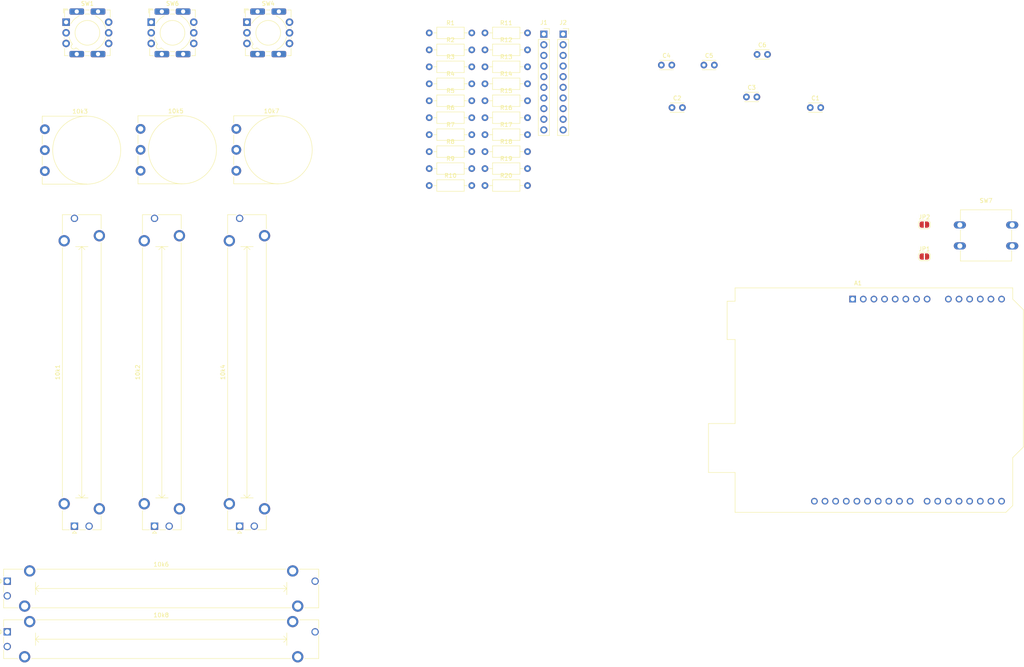
<source format=kicad_pcb>
(kicad_pcb (version 20240108) (generator "pcbnew") (generator_version "8.0")
  (layers (0 "F.Cu" signal) (31 "B.Cu" signal) (34 "B.Paste" user) (35 "F.Paste" user) (36 "B.SilkS" user "B.Silkscreen") (37 "F.SilkS" user "F.Silkscreen") (38 "B.Mask" user) (39 "F.Mask" user) (44 "Edge.Cuts" user))
  (net 0 "")
  (net 1 "ADDR_2")
  (net 2 "1")
  (net 3 "ADDR_1")
  (net 4 "2")
  (net 5 "6")
  (net 6 "9")
  (net 7 "7")
  (net 8 "10")
  (net 9 "8")
  (net 10 "11")
  (net 19 "14")
  (net 22 "13")
  (net 25 "SCL")
  (net 29 "SDA")
  (net 32 "Net-(A1-~{RESET})")
  (net 35 "12")
  (net 36 "Net-(SW4-Common)")
  (net 37 "Net-(SW1-Common)")
  (net 38 "3")
  (net 39 "4")
  (net 40 "5")
  (net 41 "Net-(SW6-Common)")
  (net 44 "Net-(JP1-A)")
  (net 45 "Net-(JP2-A)")
  (net 46 "Net-(R4-Pad1)")
  (net 47 "Net-(R5-Pad1)")
  (net 48 "Net-(R7-Pad1)")
  (net 49 "Net-(R10-Pad1)")
  (net 50 "Net-(R11-Pad1)")
  (net 51 "Net-(R13-Pad1)")
  (net 52 "Net-(R14-Pad1)")
  (net 53 "Net-(R15-Pad1)")
  (net 54 "Net-(R19-Pad1)")
  (footprint "Capacitor_THT:C_Disc_D3.0mm_W2.0mm_P2.50mm" (layer "F.Cu") (at 203.24 45.72)
    (property "Reference" "C3" (at 1.25 -2.25 0) (layer "F.SilkS"))
    (property "Value" "1uF")
    (pad "1" thru_hole circle (at 0 0) (size 1.6 1.6) (drill 0.8) (layers "*.Cu" "*.Mask") (net 38 "3"))
    (pad "2" thru_hole circle (at 2.5 0) (size 1.6 1.6) (drill 0.8) (layers "*.Cu" "*.Mask") (net 3 "ADDR_1"))
  )
  (footprint "Potentiometer_THT:Potentiometer_Bourns_PTA6043_Single_Slide" (layer "F.Cu") (at 61.91 148.200001 90)
    (property "Reference" "10k2" (at 36.750001 -4 270) (layer "F.SilkS"))
    (property "Value" "R_Potentiometer")
    (pad "1" thru_hole rect (at 0 0 90) (size 1.75 1.75) (drill 1.2) (layers "*.Cu" "*.Mask") (net 1 "ADDR_2"))
    (pad "2" thru_hole circle (at 0 3.499998 90) (size 1.75 1.75) (drill 1.2) (layers "*.Cu" "*.Mask") (net 4 "2"))
    (pad "3" thru_hole circle (at 73.5 0 90) (size 1.75 1.75) (drill 1.2) (layers "*.Cu" "*.Mask") (net 3 "ADDR_1"))
    (pad "MP" thru_hole circle (at 4.149999 5.950001 90) (size 2.7 2.7) (drill 1.7) (layers "*.Cu" "*.Mask"))
    (pad "MP" thru_hole circle (at 5.35 -2.45 90) (size 2.7 2.7) (drill 1.7) (layers "*.Cu" "*.Mask"))
    (pad "MP" thru_hole circle (at 68.149998 -2.450001 90) (size 2.7 2.7) (drill 1.7) (layers "*.Cu" "*.Mask"))
    (pad "MP" thru_hole circle (at 69.35 5.95 90) (size 2.7 2.7) (drill 1.7) (layers "*.Cu" "*.Mask"))
  )
  (footprint "Potentiometer_THT:Potentiometer_Bourns_PTA6043_Single_Slide" (layer "F.Cu") (at 26.749441 161.336052)
    (property "Reference" "10k6" (at 36.750001 -4 0) (layer "F.SilkS"))
    (property "Value" "R_Potentiometer")
    (pad "1" thru_hole rect (at 0 0) (size 1.75 1.75) (drill 1.2) (layers "*.Cu" "*.Mask") (net 1 "ADDR_2"))
    (pad "2" thru_hole circle (at 0 3.499998) (size 1.75 1.75) (drill 1.2) (layers "*.Cu" "*.Mask") (net 8 "10"))
    (pad "3" thru_hole circle (at 73.5 0) (size 1.75 1.75) (drill 1.2) (layers "*.Cu" "*.Mask") (net 3 "ADDR_1"))
    (pad "MP" thru_hole circle (at 4.149999 5.95) (size 2.7 2.7) (drill 1.7) (layers "*.Cu" "*.Mask"))
    (pad "MP" thru_hole circle (at 5.35 -2.45) (size 2.7 2.7) (drill 1.7) (layers "*.Cu" "*.Mask"))
    (pad "MP" thru_hole circle (at 68.149999 -2.45) (size 2.7 2.7) (drill 1.7) (layers "*.Cu" "*.Mask"))
    (pad "MP" thru_hole circle (at 69.350001 5.95) (size 2.7 2.7) (drill 1.7) (layers "*.Cu" "*.Mask"))
  )
  (footprint "Resistor_THT:R_Axial_DIN0207_L6.3mm_D2.5mm_P10.16mm_Horizontal" (layer "F.Cu") (at 127.5 30.42)
    (property "Reference" "R1" (at 5.08 -2.37 0) (layer "F.SilkS"))
    (property "Value" "4.7k")
    (pad "1" thru_hole circle (at 0 0) (size 1.6 1.6) (drill 0.8) (layers "*.Cu" "*.Mask") (net 44 "Net-(JP1-A)"))
    (pad "2" thru_hole oval (at 10.16 0) (size 1.6 1.6) (drill 0.8) (layers "*.Cu" "*.Mask") (net 1 "ADDR_2"))
  )
  (footprint "Button_Switch_THT:SW_SPST_Omron_B3F-40xx" (layer "F.Cu") (at 254.2 76.28)
    (property "Reference" "SW7" (at 6.25 -5.8 0) (layer "F.SilkS"))
    (property "Value" "Switch")
    (pad "" np_thru_hole circle (at 6.25 -2) (size 1.8 1.8) (drill 1.8) (layers "F&B.Cu" "*.Mask"))
    (pad "" np_thru_hole circle (at 6.25 7) (size 1.8 1.8) (drill 1.8) (layers "F&B.Cu" "*.Mask"))
    (pad "1" thru_hole oval (at 0 0) (size 2.9 1.7) (drill 1.2) (layers "*.Cu" "*.Mask") (net 32 "Net-(A1-~{RESET})"))
    (pad "1" thru_hole oval (at 12.5 0) (size 2.9 1.7) (drill 1.2) (layers "*.Cu" "*.Mask") (net 32 "Net-(A1-~{RESET})"))
    (pad "2" thru_hole oval (at 0 5) (size 2.9 1.7) (drill 1.2) (layers "*.Cu" "*.Mask") (net 3 "ADDR_1"))
    (pad "2" thru_hole oval (at 12.5 5) (size 2.9 1.7) (drill 1.2) (layers "*.Cu" "*.Mask") (net 3 "ADDR_1"))
  )
  (footprint "Capacitor_THT:C_Disc_D3.0mm_W2.0mm_P2.50mm" (layer "F.Cu") (at 218.48 48.26)
    (property "Reference" "C1" (at 1.25 -2.25 0) (layer "F.SilkS"))
    (property "Value" "1uF")
    (pad "1" thru_hole circle (at 0 0) (size 1.6 1.6) (drill 0.8) (layers "*.Cu" "*.Mask") (net 36 "Net-(SW4-Common)"))
    (pad "2" thru_hole circle (at 2.5 0) (size 1.6 1.6) (drill 0.8) (layers "*.Cu" "*.Mask") (net 3 "ADDR_1"))
  )
  (footprint "Connector_PinSocket_2.54mm:PinSocket_1x10_P2.54mm_Vertical" (layer "F.Cu") (at 154.87 30.72)
    (property "Reference" "J1" (at 0 -2.77 0) (layer "F.SilkS"))
    (property "Value" "ADS1115")
    (pad "1" thru_hole rect (at 0 0) (size 1.7 1.7) (drill 1) (layers "*.Cu" "*.Mask") (net 1 "ADDR_2"))
    (pad "2" thru_hole oval (at 0 2.54) (size 1.7 1.7) (drill 1) (layers "*.Cu" "*.Mask") (net 3 "ADDR_1"))
    (pad "3" thru_hole oval (at 0 5.08) (size 1.7 1.7) (drill 1) (layers "*.Cu" "*.Mask") (net 25 "SCL"))
    (pad "4" thru_hole oval (at 0 7.62) (size 1.7 1.7) (drill 1) (layers "*.Cu" "*.Mask") (net 29 "SDA"))
    (pad "5" thru_hole oval (at 0 10.16) (size 1.7 1.7) (drill 1) (layers "*.Cu" "*.Mask") (net 3 "ADDR_1"))
    (pad "6" thru_hole oval (at 0 12.7) (size 1.7 1.7) (drill 1) (layers "*.Cu" "*.Mask"))
    (pad "7" thru_hole oval (at 0 15.24) (size 1.7 1.7) (drill 1) (layers "*.Cu" "*.Mask") (net 38 "3"))
    (pad "8" thru_hole oval (at 0 17.78) (size 1.7 1.7) (drill 1) (layers "*.Cu" "*.Mask") (net 39 "4"))
    (pad "9" thru_hole oval (at 0 20.32) (size 1.7 1.7) (drill 1) (layers "*.Cu" "*.Mask") (net 40 "5"))
    (pad "10" thru_hole oval (at 0 22.86) (size 1.7 1.7) (drill 1) (layers "*.Cu" "*.Mask") (net 5 "6"))
  )
  (footprint "Resistor_THT:R_Axial_DIN0207_L6.3mm_D2.5mm_P10.16mm_Horizontal" (layer "F.Cu") (at 140.81 66.87)
    (property "Reference" "R20" (at 5.08 -2.37 0) (layer "F.SilkS"))
    (property "Value" "2.2k")
    (pad "1" thru_hole circle (at 0 0) (size 1.6 1.6) (drill 0.8) (layers "*.Cu" "*.Mask") (net 3 "ADDR_1"))
    (pad "2" thru_hole oval (at 10.16 0) (size 1.6 1.6) (drill 0.8) (layers "*.Cu" "*.Mask") (net 54 "Net-(R19-Pad1)"))
  )
  (footprint "Resistor_THT:R_Axial_DIN0207_L6.3mm_D2.5mm_P10.16mm_Horizontal" (layer "F.Cu") (at 127.5 42.57)
    (property "Reference" "R4" (at 5.08 -2.37 0) (layer "F.SilkS"))
    (property "Value" "2.2k")
    (pad "1" thru_hole circle (at 0 0) (size 1.6 1.6) (drill 0.8) (layers "*.Cu" "*.Mask") (net 46 "Net-(R4-Pad1)"))
    (pad "2" thru_hole oval (at 10.16 0) (size 1.6 1.6) (drill 0.8) (layers "*.Cu" "*.Mask") (net 1 "ADDR_2"))
  )
  (footprint "Capacitor_THT:C_Disc_D3.0mm_W2.0mm_P2.50mm" (layer "F.Cu") (at 182.92 38.1)
    (property "Reference" "C4" (at 1.25 -2.25 0) (layer "F.SilkS"))
    (property "Value" "1uF")
    (pad "1" thru_hole circle (at 0 0) (size 1.6 1.6) (drill 0.8) (layers "*.Cu" "*.Mask") (net 39 "4"))
    (pad "2" thru_hole circle (at 2.5 0) (size 1.6 1.6) (drill 0.8) (layers "*.Cu" "*.Mask") (net 3 "ADDR_1"))
  )
  (footprint "Resistor_THT:R_Axial_DIN0207_L6.3mm_D2.5mm_P10.16mm_Horizontal" (layer "F.Cu") (at 140.81 62.82)
    (property "Reference" "R19" (at 5.08 -2.37 0) (layer "F.SilkS"))
    (property "Value" "2.2k")
    (pad "1" thru_hole circle (at 0 0) (size 1.6 1.6) (drill 0.8) (layers "*.Cu" "*.Mask") (net 54 "Net-(R19-Pad1)"))
    (pad "2" thru_hole oval (at 10.16 0) (size 1.6 1.6) (drill 0.8) (layers "*.Cu" "*.Mask") (net 1 "ADDR_2"))
  )
  (footprint "Resistor_THT:R_Axial_DIN0207_L6.3mm_D2.5mm_P10.16mm_Horizontal" (layer "F.Cu") (at 140.81 50.67)
    (property "Reference" "R16" (at 5.08 -2.37 0) (layer "F.SilkS"))
    (property "Value" "2.2k")
    (pad "1" thru_hole circle (at 0 0) (size 1.6 1.6) (drill 0.8) (layers "*.Cu" "*.Mask") (net 3 "ADDR_1"))
    (pad "2" thru_hole oval (at 10.16 0) (size 1.6 1.6) (drill 0.8) (layers "*.Cu" "*.Mask") (net 53 "Net-(R15-Pad1)"))
  )
  (footprint "Resistor_THT:R_Axial_DIN0207_L6.3mm_D2.5mm_P10.16mm_Horizontal" (layer "F.Cu") (at 140.81 46.62)
    (property "Reference" "R15" (at 5.08 -2.37 0) (layer "F.SilkS"))
    (property "Value" "2.2k")
    (pad "1" thru_hole circle (at 0 0) (size 1.6 1.6) (drill 0.8) (layers "*.Cu" "*.Mask") (net 53 "Net-(R15-Pad1)"))
    (pad "2" thru_hole oval (at 10.16 0) (size 1.6 1.6) (drill 0.8) (layers "*.Cu" "*.Mask") (net 1 "ADDR_2"))
  )
  (footprint "Connector_PinSocket_2.54mm:PinSocket_1x10_P2.54mm_Vertical" (layer "F.Cu") (at 159.47 30.72)
    (property "Reference" "J2" (at 0 -2.77 0) (layer "F.SilkS"))
    (property "Value" "ADS1115")
    (pad "1" thru_hole rect (at 0 0) (size 1.7 1.7) (drill 1) (layers "*.Cu" "*.Mask") (net 1 "ADDR_2"))
    (pad "2" thru_hole oval (at 0 2.54) (size 1.7 1.7) (drill 1) (layers "*.Cu" "*.Mask") (net 3 "ADDR_1"))
    (pad "3" thru_hole oval (at 0 5.08) (size 1.7 1.7) (drill 1) (layers "*.Cu" "*.Mask") (net 25 "SCL"))
    (pad "4" thru_hole oval (at 0 7.62) (size 1.7 1.7) (drill 1) (layers "*.Cu" "*.Mask") (net 29 "SDA"))
    (pad "5" thru_hole oval (at 0 10.16) (size 1.7 1.7) (drill 1) (layers "*.Cu" "*.Mask") (net 1 "ADDR_2"))
    (pad "6" thru_hole oval (at 0 12.7) (size 1.7 1.7) (drill 1) (layers "*.Cu" "*.Mask"))
    (pad "7" thru_hole oval (at 0 15.24) (size 1.7 1.7) (drill 1) (layers "*.Cu" "*.Mask") (net 7 "7"))
    (pad "8" thru_hole oval (at 0 17.78) (size 1.7 1.7) (drill 1) (layers "*.Cu" "*.Mask") (net 9 "8"))
    (pad "9" thru_hole oval (at 0 20.32) (size 1.7 1.7) (drill 1) (layers "*.Cu" "*.Mask") (net 6 "9"))
    (pad "10" thru_hole oval (at 0 22.86) (size 1.7 1.7) (drill 1) (layers "*.Cu" "*.Mask") (net 8 "10"))
  )
  (footprint "Potentiometer_THT:Potentiometer_Bourns_PTA6043_Single_Slide" (layer "F.Cu") (at 42.789999 148.200001 90)
    (property "Reference" "10k1" (at 36.750001 -4 270) (layer "F.SilkS"))
    (property "Value" "R_Potentiometer")
    (pad "1" thru_hole rect (at 0 0 90) (size 1.75 1.75) (drill 1.2) (layers "*.Cu" "*.Mask") (net 1 "ADDR_2"))
    (pad "2" thru_hole circle (at 0 3.499998 90) (size 1.75 1.75) (drill 1.2) (layers "*.Cu" "*.Mask") (net 2 "1"))
    (pad "3" thru_hole circle (at 73.5 0 90) (size 1.75 1.75) (drill 1.2) (layers "*.Cu" "*.Mask") (net 3 "ADDR_1"))
    (pad "MP" thru_hole circle (at 4.149999 5.950001 90) (size 2.7 2.7) (drill 1.7) (layers "*.Cu" "*.Mask"))
    (pad "MP" thru_hole circle (at 5.35 -2.45 90) (size 2.7 2.7) (drill 1.7) (layers "*.Cu" "*.Mask"))
    (pad "MP" thru_hole circle (at 68.149998 -2.450001 90) (size 2.7 2.7) (drill 1.7) (layers "*.Cu" "*.Mask"))
    (pad "MP" thru_hole circle (at 69.35 5.95 90) (size 2.7 2.7) (drill 1.7) (layers "*.Cu" "*.Mask"))
  )
  (footprint "Potentiometer_THT:Potentiometer_Bourns_PTA6043_Single_Slide" (layer "F.Cu") (at 82.23 148.200001 90)
    (property "Reference" "10k4" (at 36.750001 -4 270) (layer "F.SilkS"))
    (property "Value" "R_Potentiometer")
    (pad "1" thru_hole rect (at 0 0 90) (size 1.75 1.75) (drill 1.2) (layers "*.Cu" "*.Mask") (net 1 "ADDR_2"))
    (pad "2" thru_hole circle (at 0 3.499998 90) (size 1.75 1.75) (drill 1.2) (layers "*.Cu" "*.Mask") (net 6 "9"))
    (pad "3" thru_hole circle (at 73.5 0 90) (size 1.75 1.75) (drill 1.2) (layers "*.Cu" "*.Mask") (net 3 "ADDR_1"))
    (pad "MP" thru_hole circle (at 4.149999 5.950001 90) (size 2.7 2.7) (drill 1.7) (layers "*.Cu" "*.Mask"))
    (pad "MP" thru_hole circle (at 5.35 -2.45 90) (size 2.7 2.7) (drill 1.7) (layers "*.Cu" "*.Mask"))
    (pad "MP" thru_hole circle (at 68.149998 -2.450001 90) (size 2.7 2.7) (drill 1.7) (layers "*.Cu" "*.Mask"))
    (pad "MP" thru_hole circle (at 69.35 5.95 90) (size 2.7 2.7) (drill 1.7) (layers "*.Cu" "*.Mask"))
  )
  (footprint "Resistor_THT:R_Axial_DIN0207_L6.3mm_D2.5mm_P10.16mm_Horizontal" (layer "F.Cu") (at 127.5 50.67)
    (property "Reference" "R6" (at 5.08 -2.37 0) (layer "F.SilkS"))
    (property "Value" "100ohm")
    (pad "1" thru_hole circle (at 0 0) (size 1.6 1.6) (drill 0.8) (layers "*.Cu" "*.Mask") (net 22 "13"))
    (pad "2" thru_hole oval (at 10.16 0) (size 1.6 1.6) (drill 0.8) (layers "*.Cu" "*.Mask") (net 37 "Net-(SW1-Common)"))
  )
  (footprint "Button_Switch_THT:SW_NKK_NR01" (layer "F.Cu") (at 61.12 27.86)
    (property "Reference" "SW6" (at 5.08 -4.445 0) (layer "F.SilkS"))
    (property "Value" "SW_SP3T_NR01103")
    (pad "1" thru_hole rect (at 0 0) (size 1.8 1.8) (drill 1) (layers "*.Cu" "*.Mask") (net 1 "ADDR_2"))
    (pad "2" thru_hole circle (at 10.16 0) (size 1.8 1.8) (drill 1) (layers "*.Cu" "*.Mask") (net 54 "Net-(R19-Pad1)"))
    (pad "3" thru_hole circle (at 10.16 2.54) (size 1.8 1.8) (drill 1) (layers "*.Cu" "*.Mask") (net 3 "ADDR_1"))
    (pad "4" thru_hole circle (at 10.16 5.08) (size 1.8 1.8) (drill 1) (layers "*.Cu" "*.Mask"))
    (pad "5" thru_hole circle (at 0 5.08) (size 1.8 1.8) (drill 1) (layers "*.Cu" "*.Mask"))
    (pad "C" thru_hole circle (at 0 2.54) (size 1.8 1.8) (drill 1) (layers "*.Cu" "*.Mask") (net 41 "Net-(SW6-Common)"))
    (pad "MP" thru_hole roundrect (at 2.54 -2.54) (size 3.5 1.5) (drill 1) (layers "*.Cu" "*.Mask"))
    (pad "MP" thru_hole roundrect (at 2.54 7.62) (size 3.5 1.5) (drill 1) (layers "*.Cu" "*.Mask"))
    (pad "MP" thru_hole roundrect (at 7.62 -2.54) (size 3.5 1.5) (drill 1) (layers "*.Cu" "*.Mask"))
    (pad "MP" thru_hole roundrect (at 7.62 7.62) (size 3.5 1.5) (drill 1) (layers "*.Cu" "*.Mask"))
  )
  (footprint "Resistor_THT:R_Axial_DIN0207_L6.3mm_D2.5mm_P10.16mm_Horizontal" (layer "F.Cu") (at 140.81 54.72)
    (property "Reference" "R17" (at 5.08 -2.37 0) (layer "F.SilkS"))
    (property "Value" "2.2k")
    (pad "1" thru_hole circle (at 0 0) (size 1.6 1.6) (drill 0.8) (layers "*.Cu" "*.Mask") (net 52 "Net-(R14-Pad1)"))
    (pad "2" thru_hole oval (at 10.16 0) (size 1.6 1.6) (drill 0.8) (layers "*.Cu" "*.Mask") (net 3 "ADDR_1"))
  )
  (footprint "Resistor_THT:R_Axial_DIN0207_L6.3mm_D2.5mm_P10.16mm_Horizontal" (layer "F.Cu") (at 140.81 38.52)
    (property "Reference" "R13" (at 5.08 -2.37 0) (layer "F.SilkS"))
    (property "Value" "2.2k")
    (pad "1" thru_hole circle (at 0 0) (size 1.6 1.6) (drill 0.8) (layers "*.Cu" "*.Mask") (net 51 "Net-(R13-Pad1)"))
    (pad "2" thru_hole oval (at 10.16 0) (size 1.6 1.6) (drill 0.8) (layers "*.Cu" "*.Mask") (net 1 "ADDR_2"))
  )
  (footprint "Jumper:SolderJumper-2_P1.3mm_Open_RoundedPad1.0x1.5mm" (layer "F.Cu") (at 245.73 76.2)
    (property "Reference" "JP2" (at 0 -1.8 0) (layer "F.SilkS"))
    (property "Value" "Jumper_2_Bridged")
    (pad "1" smd custom (at -0.65 0) (size 1 0.5) (layers "F.Cu" "F.Mask") (net 45 "Net-(JP2-A)") (options (clearance outline) (anchor rect)) (primitives (gr_circle (center 0 0.25) (end 0.5 0.25) (width 0) (fill yes)) (gr_circle (center 0 -0.25) (end 0.5 -0.25) (width 0) (fill yes)) (gr_poly (pts (xy 0.5 0.75) (xy 0 0.75) (xy 0 -0.75) (xy 0.5 -0.75)) (width 0) (fill yes))))
    (pad "2" smd custom (at 0.65 0) (size 1 0.5) (layers "F.Cu" "F.Mask") (net 29 "SDA") (options (clearance outline) (anchor rect)) (primitives (gr_circle (center 0 0.25) (end 0.5 0.25) (width 0) (fill yes)) (gr_circle (center 0 -0.25) (end 0.5 -0.25) (width 0) (fill yes)) (gr_poly (pts (xy 0 0.75) (xy -0.5 0.75) (xy -0.5 -0.75) (xy 0 -0.75)) (width 0) (fill yes))))
  )
  (footprint "Jumper:SolderJumper-2_P1.3mm_Open_RoundedPad1.0x1.5mm" (layer "F.Cu") (at 245.73 83.82)
    (property "Reference" "JP1" (at 0 -1.8 0) (layer "F.SilkS"))
    (property "Value" "Jumper_2_Bridged")
    (pad "1" smd custom (at -0.65 0) (size 1 0.5) (layers "F.Cu" "F.Mask") (net 44 "Net-(JP1-A)") (options (clearance outline) (anchor rect)) (primitives (gr_circle (center 0 0.25) (end 0.5 0.25) (width 0) (fill yes)) (gr_circle (center 0 -0.25) (end 0.5 -0.25) (width 0) (fill yes)) (gr_poly (pts (xy 0.5 0.75) (xy 0 0.75) (xy 0 -0.75) (xy 0.5 -0.75)) (width 0) (fill yes))))
    (pad "2" smd custom (at 0.65 0) (size 1 0.5) (layers "F.Cu" "F.Mask") (net 25 "SCL") (options (clearance outline) (anchor rect)) (primitives (gr_circle (center 0 0.25) (end 0.5 0.25) (width 0) (fill yes)) (gr_circle (center 0 -0.25) (end 0.5 -0.25) (width 0) (fill yes)) (gr_poly (pts (xy 0 0.75) (xy -0.5 0.75) (xy -0.5 -0.75) (xy 0 -0.75)) (width 0) (fill yes))))
  )
  (footprint "Potentiometer_THT:Potentiometer_Piher_T-16L_Single_Vertical_Hole" (layer "F.Cu") (at 35.72 63.42)
    (property "Reference" "10k3" (at 8.415 -14.25 0) (layer "F.SilkS"))
    (property "Value" "R_Potentiometer")
    (pad "" np_thru_hole circle (at 10 -5) (size 7.5 7.5) (drill 7.5) (layers "*.Cu" "*.Mask"))
    (pad "1" thru_hole circle (at 0 0) (size 2.34 2.34) (drill 1.3) (layers "*.Cu" "*.Mask") (net 1 "ADDR_2"))
    (pad "2" thru_hole circle (at 0 -5) (size 2.34 2.34) (drill 1.3) (layers "*.Cu" "*.Mask") (net 5 "6"))
    (pad "3" thru_hole circle (at 0 -10) (size 2.34 2.34) (drill 1.3) (layers "*.Cu" "*.Mask") (net 3 "ADDR_1"))
  )
  (footprint "Capacitor_THT:C_Disc_D3.0mm_W2.0mm_P2.50mm" (layer "F.Cu") (at 185.46 48.26)
    (property "Reference" "C2" (at 1.25 -2.25 0) (layer "F.SilkS"))
    (property "Value" "1uF")
    (pad "1" thru_hole circle (at 0 0) (size 1.6 1.6) (drill 0.8) (layers "*.Cu" "*.Mask") (net 37 "Net-(SW1-Common)"))
    (pad "2" thru_hole circle (at 2.5 0) (size 1.6 1.6) (drill 0.8) (layers "*.Cu" "*.Mask") (net 3 "ADDR_1"))
  )
  (footprint "Resistor_THT:R_Axial_DIN0207_L6.3mm_D2.5mm_P10.16mm_Horizontal" (layer "F.Cu") (at 127.5 46.62)
    (property "Reference" "R5" (at 5.08 -2.37 0) (layer "F.SilkS"))
    (property "Value" "2.2k")
    (pad "1" thru_hole circle (at 0 0) (size 1.6 1.6) (drill 0.8) (layers "*.Cu" "*.Mask") (net 47 "Net-(R5-Pad1)"))
    (pad "2" thru_hole oval (at 10.16 0) (size 1.6 1.6) (drill 0.8) (layers "*.Cu" "*.Mask") (net 46 "Net-(R4-Pad1)"))
  )
  (footprint "Potentiometer_THT:Potentiometer_Piher_T-16L_Single_Vertical_Hole" (layer "F.Cu") (at 58.58 63.34)
    (property "Reference" "10k5" (at 8.415 -14.25 0) (layer "F.SilkS"))
    (property "Value" "R_Potentiometer")
    (pad "" np_thru_hole circle (at 10 -5) (size 7.5 7.5) (drill 7.5) (layers "*.Cu" "*.Mask"))
    (pad "1" thru_hole circle (at 0 0) (size 2.34 2.34) (drill 1.3) (layers "*.Cu" "*.Mask") (net 1 "ADDR_2"))
    (pad "2" thru_hole circle (at 0 -5) (size 2.34 2.34) (drill 1.3) (layers "*.Cu" "*.Mask") (net 7 "7"))
    (pad "3" thru_hole circle (at 0 -10) (size 2.34 2.34) (drill 1.3) (layers "*.Cu" "*.Mask") (net 3 "ADDR_1"))
  )
  (footprint "Module:Arduino_UNO_R3" (layer "F.Cu") (at 228.6 93.98)
    (property "Reference" "A1" (at 1.27 -3.81 180) (layer "F.SilkS"))
    (property "Value" "Arduino_Leonardo")
    (pad "1" thru_hole rect (at 0 0 90) (size 1.6 1.6) (drill 1) (layers "*.Cu" "*.Mask"))
    (pad "2" thru_hole oval (at 2.54 0 90) (size 1.6 1.6) (drill 1) (layers "*.Cu" "*.Mask"))
    (pad "3" thru_hole oval (at 5.08 0 90) (size 1.6 1.6) (drill 1) (layers "*.Cu" "*.Mask") (net 32 "Net-(A1-~{RESET})"))
    (pad "4" thru_hole oval (at 7.62 0 90) (size 1.6 1.6) (drill 1) (layers "*.Cu" "*.Mask"))
    (pad "5" thru_hole oval (at 10.16 0 90) (size 1.6 1.6) (drill 1) (layers "*.Cu" "*.Mask") (net 1 "ADDR_2"))
    (pad "6" thru_hole oval (at 12.7 0 90) (size 1.6 1.6) (drill 1) (layers "*.Cu" "*.Mask") (net 3 "ADDR_1"))
    (pad "7" thru_hole oval (at 15.24 0 90) (size 1.6 1.6) (drill 1) (layers "*.Cu" "*.Mask") (net 3 "ADDR_1"))
    (pad "8" thru_hole oval (at 17.78 0 90) (size 1.6 1.6) (drill 1) (layers "*.Cu" "*.Mask"))
    (pad "9" thru_hole oval (at 22.86 0 90) (size 1.6 1.6) (drill 1) (layers "*.Cu" "*.Mask") (net 2 "1"))
    (pad "10" thru_hole oval (at 25.4 0 90) (size 1.6 1.6) (drill 1) (layers "*.Cu" "*.Mask") (net 4 "2"))
    (pad "11" thru_hole oval (at 27.94 0 90) (size 1.6 1.6) (drill 1) (layers "*.Cu" "*.Mask") (net 10 "11"))
    (pad "12" thru_hole oval (at 30.48 0 90) (size 1.6 1.6) (drill 1) (layers "*.Cu" "*.Mask") (net 35 "12"))
    (pad "13" thru_hole oval (at 33.02 0 90) (size 1.6 1.6) (drill 1) (layers "*.Cu" "*.Mask") (net 22 "13"))
    (pad "14" thru_hole oval (at 35.56 0 90) (size 1.6 1.6) (drill 1) (layers "*.Cu" "*.Mask") (net 19 "14"))
    (pad "15" thru_hole oval (at 35.56 48.26 90) (size 1.6 1.6) (drill 1) (layers "*.Cu" "*.Mask"))
    (pad "16" thru_hole oval (at 33.02 48.26 90) (size 1.6 1.6) (drill 1) (layers "*.Cu" "*.Mask"))
    (pad "17" thru_hole oval (at 30.48 48.26 90) (size 1.6 1.6) (drill 1) (layers "*.Cu" "*.Mask"))
    (pad "18" thru_hole oval (at 27.94 48.26 90) (size 1.6 1.6) (drill 1) (layers "*.Cu" "*.Mask"))
    (pad "19" thru_hole oval (at 25.4 48.26 90) (size 1.6 1.6) (drill 1) (layers "*.Cu" "*.Mask"))
    (pad "20" thru_hole oval (at 22.86 48.26 90) (size 1.6 1.6) (drill 1) (layers "*.Cu" "*.Mask"))
    (pad "21" thru_hole oval (at 20.32 48.26 90) (size 1.6 1.6) (drill 1) (layers "*.Cu" "*.Mask"))
    (pad "22" thru_hole oval (at 17.78 48.26 90) (size 1.6 1.6) (drill 1) (layers "*.Cu" "*.Mask"))
    (pad "23" thru_hole oval (at 13.72 48.26 90) (size 1.6 1.6) (drill 1) (layers "*.Cu" "*.Mask"))
    (pad "24" thru_hole oval (at 11.18 48.26 90) (size 1.6 1.6) (drill 1) (layers "*.Cu" "*.Mask"))
    (pad "25" thru_hole oval (at 8.64 48.26 90) (size 1.6 1.6) (drill 1) (layers "*.Cu" "*.Mask"))
    (pad "26" thru_hole oval (at 6.1 48.26 90) (size 1.6 1.6) (drill 1) (layers "*.Cu" "*.Mask"))
    (pad "27" thru_hole oval (at 3.56 48.26 90) (size 1.6 1.6) (drill 1) (layers "*.Cu" "*.Mask"))
    (pad "28" thru_hole oval (at 1.02 48.26 90) (size 1.6 1.6) (drill 1) (layers "*.Cu" "*.Mask"))
    (pad "29" thru_hole oval (at -1.52 48.26 90) (size 1.6 1.6) (drill 1) (layers "*.Cu" "*.Mask") (net 3 "ADDR_1"))
    (pad "30" thru_hole oval (at -4.06 48.26 90) (size 1.6 1.6) (drill 1) (layers "*.Cu" "*.Mask"))
    (pad "31" thru_hole oval (at -6.6 48.26 90) (size 1.6 1.6) (drill 1) (layers "*.Cu" "*.Mask") (net 29 "SDA"))
    (pad "32" thru_hole oval (at -9.14 48.26 90) (size 1.6 1.6) (drill 1) (layers "*.Cu" "*.Mask") (net 25 "SCL"))
  )
  (footprint "Potentiometer_THT:Potentiometer_Piher_T-16L_Single_Vertical_Hole" (layer "F.Cu") (at 81.44 63.34)
    (property "Reference" "10k7" (at 8.415 -14.25 0) (layer "F.SilkS"))
    (property "Value" "R_Potentiometer")
    (pad "" np_thru_hole circle (at 10 -5) (size 7.5 7.5) (drill 7.5) (layers "*.Cu" "*.Mask"))
    (pad "1" thru_hole circle (at 0 0) (size 2.34 2.34) (drill 1.3) (layers "*.Cu" "*.Mask") (net 1 "ADDR_2"))
    (pad "2" thru_hole circle (at 0 -5) (size 2.34 2.34) (drill 1.3) (layers "*.Cu" "*.Mask") (net 9 "8"))
    (pad "3" thru_hole circle (at 0 -10) (size 2.34 2.34) (drill 1.3) (layers "*.Cu" "*.Mask") (net 3 "ADDR_1"))
  )
  (footprint "Resistor_THT:R_Axial_DIN0207_L6.3mm_D2.5mm_P10.16mm_Horizontal" (layer "F.Cu") (at 140.81 30.42)
    (property "Reference" "R11" (at 5.08 -2.37 0) (layer "F.SilkS"))
    (property "Value" "2.2k")
    (pad "1" thru_hole circle (at 0 0) (size 1.6 1.6) (drill 0.8) (layers "*.Cu" "*.Mask") (net 50 "Net-(R11-Pad1)"))
    (pad "2" thru_hole oval (at 10.16 0) (size 1.6 1.6) (drill 0.8) (layers "*.Cu" "*.Mask") (net 49 "Net-(R10-Pad1)"))
  )
  (footprint "Potentiometer_THT:Potentiometer_Bourns_PTA6043_Single_Slide" (layer "F.Cu") (at 26.749441 173.436053)
    (property "Reference" "10k8" (at 36.750001 -4 0) (layer "F.SilkS"))
    (property "Value" "R_Potentiometer")
    (pad "1" thru_hole rect (at 0 0) (size 1.75 1.75) (drill 1.2) (layers "*.Cu" "*.Mask") (net 1 "ADDR_2"))
    (pad "2" thru_hole circle (at 0 3.499998) (size 1.75 1.75) (drill 1.2) (layers "*.Cu" "*.Mask") (net 10 "11"))
    (pad "3" thru_hole circle (at 73.5 0) (size 1.75 1.75) (drill 1.2) (layers "*.Cu" "*.Mask") (net 3 "ADDR_1"))
    (pad "MP" thru_hole circle (at 4.149999 5.95) (size 2.7 2.7) (drill 1.7) (layers "*.Cu" "*.Mask"))
    (pad "MP" thru_hole circle (at 5.35 -2.45) (size 2.7 2.7) (drill 1.7) (layers "*.Cu" "*.Mask"))
    (pad "MP" thru_hole circle (at 68.149999 -2.45) (size 2.7 2.7) (drill 1.7) (layers "*.Cu" "*.Mask"))
    (pad "MP" thru_hole circle (at 69.350001 5.95) (size 2.7 2.7) (drill 1.7) (layers "*.Cu" "*.Mask"))
  )
  (footprint "Capacitor_THT:C_Disc_D3.0mm_W2.0mm_P2.50mm" (layer "F.Cu") (at 205.78 35.56)
    (property "Reference" "C6" (at 1.25 -2.25 0) (layer "F.SilkS"))
    (property "Value" "1uF")
    (pad "1" thru_hole circle (at 0 0) (size 1.6 1.6) (drill 0.8) (layers "*.Cu" "*.Mask") (net 41 "Net-(SW6-Common)"))
    (pad "2" thru_hole circle (at 2.5 0) (size 1.6 1.6) (drill 0.8) (layers "*.Cu" "*.Mask") (net 3 "ADDR_1"))
  )
  (footprint "Resistor_THT:R_Axial_DIN0207_L6.3mm_D2.5mm_P10.16mm_Horizontal" (layer "F.Cu") (at 140.81 34.47)
    (property "Reference" "R12" (at 5.08 -2.37 0) (layer "F.SilkS"))
    (property "Value" "2.2k")
    (pad "1" thru_hole circle (at 0 0) (size 1.6 1.6) (drill 0.8) (layers "*.Cu" "*.Mask") (net 50 "Net-(R11-Pad1)"))
    (pad "2" thru_hole oval (at 10.16 0) (size 1.6 1.6) (drill 0.8) (layers "*.Cu" "*.Mask") (net 3 "ADDR_1"))
  )
  (footprint "Resistor_THT:R_Axial_DIN0207_L6.3mm_D2.5mm_P10.16mm_Horizontal" (layer "F.Cu") (at 140.81 58.77)
    (property "Reference" "R18" (at 5.08 -2.37 0) (layer "F.SilkS"))
    (property "Value" "100ohm")
    (pad "1" thru_hole circle (at 0 0) (size 1.6 1.6) (drill 0.8) (layers "*.Cu" "*.Mask") (net 19 "14"))
    (pad "2" thru_hole oval (at 10.16 0) (size 1.6 1.6) (drill 0.8) (layers "*.Cu" "*.Mask") (net 41 "Net-(SW6-Common)"))
  )
  (footprint "Resistor_THT:R_Axial_DIN0207_L6.3mm_D2.5mm_P10.16mm_Horizontal" (layer "F.Cu") (at 127.5 38.52)
    (property "Reference" "R3" (at 5.08 -2.37 0) (layer "F.SilkS"))
    (property "Value" "100ohm")
    (pad "1" thru_hole circle (at 0 0) (size 1.6 1.6) (drill 0.8) (layers "*.Cu" "*.Mask") (net 35 "12"))
    (pad "2" thru_hole oval (at 10.16 0) (size 1.6 1.6) (drill 0.8) (layers "*.Cu" "*.Mask") (net 36 "Net-(SW4-Common)"))
  )
  (footprint "Resistor_THT:R_Axial_DIN0207_L6.3mm_D2.5mm_P10.16mm_Horizontal" (layer "F.Cu") (at 127.5 54.72)
    (property "Reference" "R7" (at 5.08 -2.37 0) (layer "F.SilkS"))
    (property "Value" "2.2k")
    (pad "1" thru_hole circle (at 0 0) (size 1.6 1.6) (drill 0.8) (layers "*.Cu" "*.Mask") (net 48 "Net-(R7-Pad1)"))
    (pad "2" thru_hole oval (at 10.16 0) (size 1.6 1.6) (drill 0.8) (layers "*.Cu" "*.Mask") (net 1 "ADDR_2"))
  )
  (footprint "Button_Switch_THT:SW_NKK_NR01" (layer "F.Cu") (at 83.98 27.86)
    (property "Reference" "SW4" (at 5.08 -4.445 0) (layer "F.SilkS"))
    (property "Value" "SW_SP3T_NR01103")
    (pad "1" thru_hole rect (at 0 0) (size 1.8 1.8) (drill 1) (layers "*.Cu" "*.Mask") (net 1 "ADDR_2"))
    (pad "2" thru_hole circle (at 10.16 0) (size 1.8 1.8) (drill 1) (layers "*.Cu" "*.Mask") (net 53 "Net-(R15-Pad1)"))
    (pad "3" thru_hole circle (at 10.16 2.54) (size 1.8 1.8) (drill 1) (layers "*.Cu" "*.Mask") (net 3 "ADDR_1"))
    (pad "4" thru_hole circle (at 10.16 5.08) (size 1.8 1.8) (drill 1) (layers "*.Cu" "*.Mask"))
    (pad "5" thru_hole circle (at 0 5.08) (size 1.8 1.8) (drill 1) (layers "*.Cu" "*.Mask"))
    (pad "C" thru_hole circle (at 0 2.54) (size 1.8 1.8) (drill 1) (layers "*.Cu" "*.Mask") (net 36 "Net-(SW4-Common)"))
    (pad "MP" thru_hole roundrect (at 2.54 -2.54) (size 3.5 1.5) (drill 1) (layers "*.Cu" "*.Mask"))
    (pad "MP" thru_hole roundrect (at 2.54 7.62) (size 3.5 1.5) (drill 1) (layers "*.Cu" "*.Mask"))
    (pad "MP" thru_hole roundrect (at 7.62 -2.54) (size 3.5 1.5) (drill 1) (layers "*.Cu" "*.Mask"))
    (pad "MP" thru_hole roundrect (at 7.62 7.62) (size 3.5 1.5) (drill 1) (layers "*.Cu" "*.Mask"))
  )
  (footprint "Resistor_THT:R_Axial_DIN0207_L6.3mm_D2.5mm_P10.16mm_Horizontal" (layer "F.Cu") (at 127.5 58.77)
    (property "Reference" "R8" (at 5.08 -2.37 0) (layer "F.SilkS"))
    (property "Value" "2.2k")
    (pad "1" thru_hole circle (at 0 0) (size 1.6 1.6) (drill 0.8) (layers "*.Cu" "*.Mask") (net 3 "ADDR_1"))
    (pad "2" thru_hole oval (at 10.16 0) (size 1.6 1.6) (drill 0.8) (layers "*.Cu" "*.Mask") (net 48 "Net-(R7-Pad1)"))
  )
  (footprint "Capacitor_THT:C_Disc_D3.0mm_W2.0mm_P2.50mm" (layer "F.Cu") (at 193.08 38.1)
    (property "Reference" "C5" (at 1.25 -2.25 0) (layer "F.SilkS"))
    (property "Value" "1uF")
    (pad "1" thru_hole circle (at 0 0) (size 1.6 1.6) (drill 0.8) (layers "*.Cu" "*.Mask") (net 40 "5"))
    (pad "2" thru_hole circle (at 2.5 0) (size 1.6 1.6) (drill 0.8) (layers "*.Cu" "*.Mask") (net 3 "ADDR_1"))
  )
  (footprint "Resistor_THT:R_Axial_DIN0207_L6.3mm_D2.5mm_P10.16mm_Horizontal" (layer "F.Cu") (at 140.81 42.57)
    (property "Reference" "R14" (at 5.08 -2.37 0) (layer "F.SilkS"))
    (property "Value" "2.2k")
    (pad "1" thru_hole circle (at 0 0) (size 1.6 1.6) (drill 0.8) (layers "*.Cu" "*.Mask") (net 52 "Net-(R14-Pad1)"))
    (pad "2" thru_hole oval (at 10.16 0) (size 1.6 1.6) (drill 0.8) (layers "*.Cu" "*.Mask") (net 51 "Net-(R13-Pad1)"))
  )
  (footprint "Resistor_THT:R_Axial_DIN0207_L6.3mm_D2.5mm_P10.16mm_Horizontal" (layer "F.Cu") (at 127.5 62.82)
    (property "Reference" "R9" (at 5.08 -2.37 0) (layer "F.SilkS"))
    (property "Value" "2.2k")
    (pad "1" thru_hole circle (at 0 0) (size 1.6 1.6) (drill 0.8) (layers "*.Cu" "*.Mask") (net 47 "Net-(R5-Pad1)"))
    (pad "2" thru_hole oval (at 10.16 0) (size 1.6 1.6) (drill 0.8) (layers "*.Cu" "*.Mask") (net 3 "ADDR_1"))
  )
  (footprint "Resistor_THT:R_Axial_DIN0207_L6.3mm_D2.5mm_P10.16mm_Horizontal" (layer "F.Cu") (at 127.5 66.87)
    (property "Reference" "R10" (at 5.08 -2.37 0) (layer "F.SilkS"))
    (property "Value" "2.2k")
    (pad "1" thru_hole circle (at 0 0) (size 1.6 1.6) (drill 0.8) (layers "*.Cu" "*.Mask") (net 49 "Net-(R10-Pad1)"))
    (pad "2" thru_hole oval (at 10.16 0) (size 1.6 1.6) (drill 0.8) (layers "*.Cu" "*.Mask") (net 1 "ADDR_2"))
  )
  (footprint "Resistor_THT:R_Axial_DIN0207_L6.3mm_D2.5mm_P10.16mm_Horizontal" (layer "F.Cu") (at 127.5 34.47)
    (property "Reference" "R2" (at 5.08 -2.37 0) (layer "F.SilkS"))
    (property "Value" "4.7k")
    (pad "1" thru_hole circle (at 0 0) (size 1.6 1.6) (drill 0.8) (layers "*.Cu" "*.Mask") (net 45 "Net-(JP2-A)"))
    (pad "2" thru_hole oval (at 10.16 0) (size 1.6 1.6) (drill 0.8) (layers "*.Cu" "*.Mask") (net 1 "ADDR_2"))
  )
  (footprint "Button_Switch_THT:SW_NKK_NR01" (layer "F.Cu") (at 40.8 27.86)
    (property "Reference" "SW1" (at 5.08 -4.445 0) (layer "F.SilkS"))
    (property "Value" "SW_SP3T_NR01103")
    (pad "1" thru_hole rect (at 0 0) (size 1.8 1.8) (drill 1) (layers "*.Cu" "*.Mask") (net 1 "ADDR_2"))
    (pad "2" thru_hole circle (at 10.16 0) (size 1.8 1.8) (drill 1) (layers "*.Cu" "*.Mask") (net 48 "Net-(R7-Pad1)"))
    (pad "3" thru_hole circle (at 10.16 2.54) (size 1.8 1.8) (drill 1) (layers "*.Cu" "*.Mask") (net 3 "ADDR_1"))
    (pad "4" thru_hole circle (at 10.16 5.08) (size 1.8 1.8) (drill 1) (layers "*.Cu" "*.Mask"))
    (pad "5" thru_hole circle (at 0 5.08) (size 1.8 1.8) (drill 1) (layers "*.Cu" "*.Mask"))
    (pad "C" thru_hole circle (at 0 2.54) (size 1.8 1.8) (drill 1) (layers "*.Cu" "*.Mask") (net 37 "Net-(SW1-Common)"))
    (pad "MP" thru_hole roundrect (at 2.54 -2.54) (size 3.5 1.5) (drill 1) (layers "*.Cu" "*.Mask"))
    (pad "MP" thru_hole roundrect (at 2.54 7.62) (size 3.5 1.5) (drill 1) (layers "*.Cu" "*.Mask"))
    (pad "MP" thru_hole roundrect (at 7.62 -2.54) (size 3.5 1.5) (drill 1) (layers "*.Cu" "*.Mask"))
    (pad "MP" thru_hole roundrect (at 7.62 7.62) (size 3.5 1.5) (drill 1) (layers "*.Cu" "*.Mask"))
  )
)
</source>
